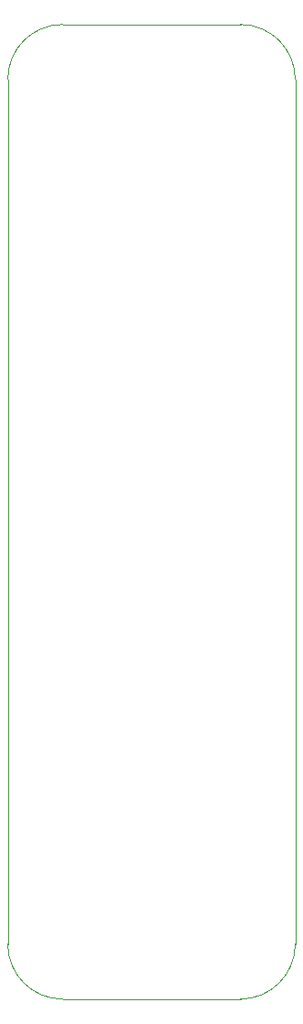
<source format=gbr>
%TF.GenerationSoftware,KiCad,Pcbnew,7.0.5*%
%TF.CreationDate,2024-01-04T10:21:34+02:00*%
%TF.ProjectId,HCP65 Device Interrupts Wide,48435036-3520-4446-9576-69636520496e,rev?*%
%TF.SameCoordinates,Original*%
%TF.FileFunction,Profile,NP*%
%FSLAX46Y46*%
G04 Gerber Fmt 4.6, Leading zero omitted, Abs format (unit mm)*
G04 Created by KiCad (PCBNEW 7.0.5) date 2024-01-04 10:21:34*
%MOMM*%
%LPD*%
G01*
G04 APERTURE LIST*
%TA.AperFunction,Profile*%
%ADD10C,0.100000*%
%TD*%
G04 APERTURE END LIST*
D10*
%TO.C,J2*%
X84455000Y-70485000D02*
X84455000Y-150495000D01*
X106045000Y-65405000D02*
X89535000Y-65405000D01*
X106045000Y-155575000D02*
X89535000Y-155575000D01*
X111125000Y-150495000D02*
X111125000Y-70485000D01*
X89535000Y-65405000D02*
G75*
G03*
X84455000Y-70485000I2J-5080002D01*
G01*
X84455000Y-150495000D02*
G75*
G03*
X89535000Y-155575000I5080000J0D01*
G01*
X111125000Y-70485000D02*
G75*
G03*
X106045000Y-65405000I-5080000J0D01*
G01*
X106045000Y-155575000D02*
G75*
G03*
X111125000Y-150495000I0J5080000D01*
G01*
%TD*%
M02*

</source>
